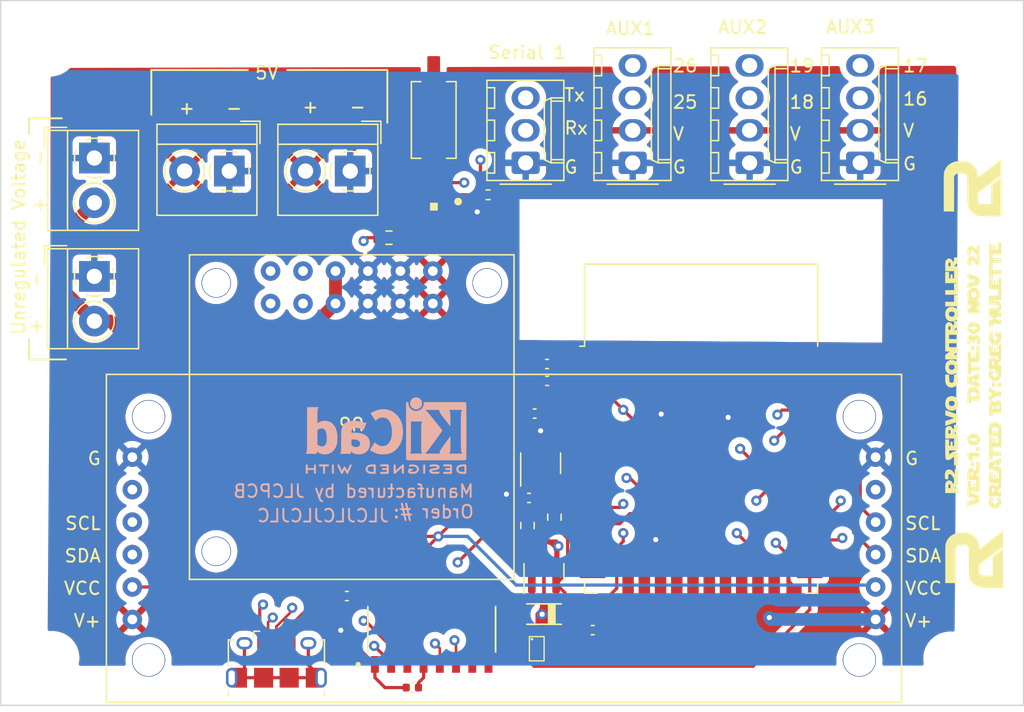
<source format=kicad_pcb>
(kicad_pcb (version 20211014) (generator pcbnew)
  (layers (0 "F.Cu" signal) (1 "In1.Cu" signal) (2 "In2.Cu" signal) (31 "B.Cu" signal) (34 "B.Paste" user) (35 "F.Paste" user) (36 "B.SilkS" user "B.Silkscreen") (37 "F.SilkS" user "F.Silkscreen") (38 "B.Mask" user) (39 "F.Mask" user) (44 "Edge.Cuts" user))
  (net 0 "")
  (net 1 "RX_FU")
  (net 2 "GND")
  (net 3 "+3.3V")
  (net 4 "VIN")
  (net 5 "VBUS")
  (net 7 "D-")
  (net 8 "D+")
  (net 10 "unconnected-(J1-Pad6)")
  (net 11 "SCL")
  (net 12 "SDA")
  (net 13 "+5V")
  (net 17 "Net-(R3-Pad1)")
  (net 18 "ST_LED_D")
  (net 24 "TX_FU")
  (net 32 "GPIO0")
  (net 35 "TXD0")
  (net 36 "RXD0")
  (net 44 "DTR")
  (net 45 "RTS")
  (net 47 "RESET")
  (net 52 "+12V")
  (net 53 "Net-(L1-Pad3)")
  (net 57 "AUX3-1")
  (net 58 "AUX3-2")
  (net 59 "AUX1-1")
  (net 60 "AUX1-2")
  (net 61 "AUX2-1")
  (net 62 "AUX2-2")
  (footprint "Capacitor_SMD:C_0402_1005Metric" (layer "F.Cu") (at 100.73 113.39 180)
    (fp_text reference "C7" hide)
    (fp_text value "1uF" hide)
    (pad "1" smd roundrect locked (at -0.48 0 180) (size 0.56 0.62) (layers "F.Cu" "F.Paste" "F.Mask") (net 3 "+3.3V"))
    (pad "2" smd roundrect locked (at 0.48 0 180) (size 0.56 0.62) (layers "F.Cu" "F.Paste" "F.Mask") (net 2 "GND"))
  )
  (footprint "Custom:WS2812B-2020" (layer "F.Cu") (at 92.844 97.797)
    (fp_text reference "L1" hide)
    (fp_text value "WS2812B-2020")
    (pad "1" smd rect (at 1.015 0.65) (size 1 1) (layers "F.Cu" "F.Paste" "F.Mask"))
    (pad "2" smd rect (at 1.015 -0.65) (size 1 1) (layers "F.Cu" "F.Paste" "F.Mask") (net 2 "GND"))
    (pad "3" smd rect (at -1.015 -0.65) (size 1 1) (layers "F.Cu" "F.Paste" "F.Mask") (net 53 "Net-(L1-Pad3)"))
    (pad "4" smd rect (at -1.015 0.65) (size 1 1) (layers "F.Cu" "F.Paste" "F.Mask") (net 13 "+5V"))
  )
  (footprint "TerminalBlock_4Ucon:TerminalBlock_4Ucon_1x02_P3.50mm_Horizontal" (layer "F.Cu") (at 66.273333 93.39 -90)
    (fp_text reference "J5" hide)
    (fp_text value "12OUT" hide)
    (pad "1" thru_hole rect locked (at 0 0 270) (size 2.4 2.4) (drill 1.2) (layers *.Cu *.Mask) (net 2 "GND"))
    (pad "2" thru_hole circle locked (at 3.5 0 270) (size 2.4 2.4) (drill 1.2) (layers *.Cu *.Mask) (net 52 "+12V"))
  )
  (footprint "Logos:R2_Logo_V2" (layer "F.Cu") (at 135.362479 95.731515 90)
    (fp_text reference "G***" hide)
    (fp_text value "LOGO" hide)
  )
  (footprint "Connector_Molex:Molex_KK-254_AE-6410-04A_1x04_P2.54mm_Vertical" (layer "F.Cu") (at 108.404 93.766 90)
    (fp_text reference "J3" hide)
    (fp_text value "AUX1" hide)
    (pad "1" thru_hole roundrect locked (at 0 0 90) (size 1.74 2.19) (drill 1.19) (layers *.Cu *.Mask) (roundrect_rratio 0.143678) (net 2 "GND"))
    (pad "2" thru_hole oval locked (at 2.54 0 90) (size 1.74 2.19) (drill 1.19) (layers *.Cu *.Mask) (net 13 "+5V"))
    (pad "3" thru_hole oval locked (at 5.08 0 90) (size 1.74 2.19) (drill 1.19) (layers *.Cu *.Mask) (net 59 "AUX1-1"))
    (pad "4" thru_hole oval locked (at 7.62 0 90) (size 1.74 2.19) (drill 1.19) (layers *.Cu *.Mask) (net 60 "AUX1-2"))
  )
  (footprint "Connector_USB:USB_Micro-B_Amphenol_10118194_Horizontal" (layer "F.Cu") (at 80.52 132.76)
    (fp_text reference "J1" hide)
    (fp_text value "USB_B_Micro" hide)
    (pad "1" smd rect locked (at -1.3 -1.4) (size 0.4 1.35) (layers "F.Cu" "F.Paste" "F.Mask") (net 5 "VBUS"))
    (pad "2" smd rect locked (at -0.65 -1.4) (size 0.4 1.35) (layers "F.Cu" "F.Paste" "F.Mask") (net 7 "D-"))
    (pad "3" smd rect locked (at 0 -1.4) (size 0.4 1.35) (layers "F.Cu" "F.Paste" "F.Mask") (net 8 "D+"))
    (pad "4" smd rect locked (at 0.65 -1.4) (size 0.4 1.35) (layers "F.Cu" "F.Paste" "F.Mask"))
    (pad "5" smd rect locked (at 1.3 -1.4) (size 0.4 1.35) (layers "F.Cu" "F.Paste" "F.Mask") (net 2 "GND"))
    (pad "6" thru_hole oval locked (at -3.5 1.3) (size 0.89 1.55) (drill oval 0.5 1.15) (layers *.Cu *.Mask) (net 10 "unconnected-(J1-Pad6)"))
    (pad "6" smd rect locked (at -2.9 1.3) (size 1.2 1.55) (layers "F.Cu" "F.Paste" "F.Mask") (net 10 "unconnected-(J1-Pad6)"))
    (pad "6" thru_hole oval locked (at 3.5 1.3) (size 0.89 1.55) (drill oval 0.5 1.15) (layers *.Cu *.Mask) (net 10 "unconnected-(J1-Pad6)"))
    (pad "6" thru_hole oval locked (at -2.5 -1.4) (size 1.25 0.95) (drill oval 0.85 0.55) (layers *.Cu *.Mask) (net 10 "unconnected-(J1-Pad6)"))
    (pad "6" smd rect locked (at 2.9 1.3) (size 1.2 1.55) (layers "F.Cu" "F.Paste" "F.Mask") (net 10 "unconnected-(J1-Pad6)"))
    (pad "6" smd rect locked (at -1 1.3) (size 1.5 1.55) (layers "F.Cu" "F.Paste" "F.Mask") (net 10 "unconnected-(J1-Pad6)"))
    (pad "6" thru_hole oval locked (at 2.5 -1.4) (size 1.25 0.95) (drill oval 0.85 0.55) (layers *.Cu *.Mask) (net 10 "unconnected-(J1-Pad6)"))
    (pad "6" smd rect locked (at 1 1.3) (size 1.5 1.55) (layers "F.Cu" "F.Paste" "F.Mask") (net 10 "unconnected-(J1-Pad6)"))
  )
  (footprint "TerminalBlock_4Ucon:TerminalBlock_4Ucon_1x02_P3.50mm_Horizontal" (layer "F.Cu") (at 86.298 94.41 180)
    (fp_text reference "J8" hide)
    (fp_text value "5V Out 2" hide)
    (pad "1" thru_hole rect locked (at 0 0 180) (size 2.4 2.4) (drill 1.2) (layers *.Cu *.Mask) (net 2 "GND"))
    (pad "2" thru_hole circle locked (at 3.5 0 180) (size 2.4 2.4) (drill 1.2) (layers *.Cu *.Mask) (net 13 "+5V"))
  )
  (footprint "MountingHole:MountingHole_3.2mm_M3" (layer "F.Cu") (at 62.83 84.902)
    (fp_text reference "REF**" hide)
    (fp_text value "MountingHole_3.2mm_M3" hide)
    (pad "" np_thru_hole circle locked (at 0 0) (size 3.2 3.2) (drill 3.2) (layers *.Cu *.Mask))
  )
  (footprint "Connector_Molex:Molex_KK-254_AE-6410-04A_1x04_P2.54mm_Vertical" (layer "F.Cu") (at 126.208 93.766 90)
    (fp_text reference "J2" hide)
    (fp_text value "AUX3" hide)
    (pad "1" thru_hole roundrect locked (at 0 0 90) (size 1.74 2.19) (drill 1.19) (layers *.Cu *.Mask) (roundrect_rratio 0.143678) (net 2 "GND"))
    (pad "2" thru_hole oval locked (at 2.54 0 90) (size 1.74 2.19) (drill 1.19) (layers *.Cu *.Mask) (net 13 "+5V"))
    (pad "3" thru_hole oval locked (at 5.08 0 90) (size 1.74 2.19) (drill 1.19) (layers *.Cu *.Mask) (net 57 "AUX3-1"))
    (pad "4" thru_hole oval locked (at 7.62 0 90) (size 1.74 2.19) (drill 1.19) (layers *.Cu *.Mask) (net 58 "AUX3-2"))
  )
  (footprint "Custom:PCA9685" (layer "F.Cu") (at 98.33 123.15)
    (fp_text reference "U7" hide)
    (fp_text value "PCA9685" hide)
    (pad "1" thru_hole circle (at -29.083 -6.35) (size 1.524 1.524) (drill 0.762) (layers *.Cu *.Mask) (net 2 "GND"))
    (pad "2" thru_hole circle (at -29.083 -3.81) (size 1.524 1.524) (drill 0.762) (layers *.Cu *.Mask))
    (pad "3" thru_hole circle (at -29.083 -1.27) (size 1.524 1.524) (drill 0.762) (layers *.Cu *.Mask) (net 11 "SCL"))
    (pad "4" thru_hole circle (at -29.083 1.27) (size 1.524 1.524) (drill 0.762) (layers *.Cu *.Mask) (net 12 "SDA"))
    (pad "5" thru_hole circle (at -29.083 3.81) (size 1.524 1.524) (drill 0.762) (layers *.Cu *.Mask) (net 3 "+3.3V"))
    (pad "6" thru_hole circle (at -29.083 6.35) (size 1.524 1.524) (drill 0.762) (layers *.Cu *.Mask) (net 13 "+5V"))
    (pad "7" thru_hole circle (at 29.083 -6.35) (size 1.524 1.524) (drill 0.762) (layers *.Cu *.Mask) (net 2 "GND"))
    (pad "8" thru_hole circle (at 29.083 -3.81) (size 1.524 1.524) (drill 0.762) (layers *.Cu *.Mask))
    (pad "9" thru_hole circle (at 29.083 -1.27) (size 1.524 1.524) (drill 0.762) (layers *.Cu *.Mask) (net 11 "SCL"))
    (pad "10" thru_hole circle (at 29.083 1.27) (size 1.524 1.524) (drill 0.762) (layers *.Cu *.Mask) (net 12 "SDA"))
    (pad "11" thru_hole circle (at 29.083 3.81) (size 1.524 1.524) (drill 0.762) (layers *.Cu *.Mask) (net 3 "+3.3V"))
    (pad "12" thru_hole circle (at 29.083 6.35) (size 1.524 1.524) (drill 0.762) (layers *.Cu *.Mask) (net 13 "+5V"))
    (pad "13" thru_hole circle (at -27.813 -9.525) (size 2.6 2.6) (drill 2.5) (layers *.Cu *.Mask))
    (pad "13" thru_hole circle (at 27.813 -9.525) (size 2.6 2.6) (drill 2.5) (layers *.Cu *.Mask))
    (pad "13" thru_hole circle (at 27.813 9.525) (size 2.6 2.6) (drill 2.5) (layers *.Cu *.Mask))
    (pad "13" thru_hole circle (at -27.813 9.525) (size 2.6 2.6) (drill 2.5) (layers *.Cu *.Mask))
  )
  (footprint "Capacitor_SMD:C_0402_1005Metric" (layer "F.Cu") (at 101.7 109.51 180)
    (fp_text reference "C3" hide)
    (fp_text value "100nF" hide)
    (pad "1" smd roundrect locked (at -0.48 0 180) (size 0.56 0.62) (layers "F.Cu" "F.Paste" "F.Mask") (net 3 "+3.3V"))
    (pad "2" smd roundrect locked (at 0.48 0 180) (size 0.56 0.62) (layers "F.Cu" "F.Paste" "F.Mask") (net 2 "GND"))
  )
  (footprint "MountingHole:MountingHole_3.2mm_M3" (layer "F.Cu") (at 135.282 84.902)
    (fp_text reference "REF**" hide)
    (fp_text value "MountingHole_3.2mm_M3" hide)
    (pad "" np_thru_hole circle locked (at 0 0) (size 3.2 3.2) (drill 3.2) (layers *.Cu *.Mask))
  )
  (footprint "Custom:UMT6" (layer "F.Cu") (at 100.895 131.7938)
    (fp_text reference "U5" hide)
    (fp_text value "UMH3N" hide)
    (pad "1" smd rect (at -0.925 -0.65) (size 0.5 0.3) (layers "F.Cu") (net 45 "RTS"))
    (pad "2" smd rect (at -0.925 0) (size 0.5 0.3) (layers "F.Cu") (net 44 "DTR"))
    (pad "3" smd rect (at -0.925 0.65) (size 0.5 0.3) (layers "F.Cu") (net 32 "GPIO0"))
    (pad "4" smd rect (at 0.925 0.65 180) (size 0.5 0.3) (layers "F.Cu") (net 44 "DTR"))
    (pad "5" smd rect (at 0.925 0 180) (size 0.5 0.3) (layers "F.Cu") (net 45 "RTS"))
    (pad "6" smd rect (at 0.925 -0.65 180) (size 0.5 0.3) (layers "F.Cu") (net 47 "RESET"))
  )
  (footprint "Capacitor_SMD:C_0402_1005Metric" (layer "F.Cu") (at 100.29 119.99)
    (fp_text reference "C5" hide)
    (fp_text value "1uF" hide)
    (pad "1" smd roundrect locked (at -0.48 0) (size 0.56 0.62) (layers "F.Cu" "F.Paste" "F.Mask") (net 2 "GND"))
    (pad "2" smd roundrect locked (at 0.48 0) (size 0.56 0.62) (layers "F.Cu" "F.Paste" "F.Mask") (net 4 "VIN"))
  )
  (footprint "Resistor_SMD:R_0603_1608Metric" (layer "F.Cu") (at 100.17 122.15 90)
    (fp_text reference "R2" hide)
    (fp_text value "100K" hide)
    (pad "1" smd roundrect locked (at -0.825 0 90) (size 0.8 0.95) (layers "F.Cu" "F.Paste" "F.Mask") (net 5 "VBUS"))
    (pad "2" smd roundrect locked (at 0.825 0 90) (size 0.8 0.95) (layers "F.Cu" "F.Paste" "F.Mask") (net 2 "GND"))
  )
  (footprint "Package_TO_SOT_SMD:SOT-23-5" (layer "F.Cu") (at 101.2 117.27 90)
    (fp_text reference "U3" hide)
    (fp_text value "ME6211C33M5G" hide)
    (pad "1" smd roundrect locked (at -1.1375 -0.95 90) (size 1.325 0.6) (layers "F.Cu" "F.Paste" "F.Mask") (net 4 "VIN"))
    (pad "2" smd roundrect locked (at -1.1375 0 90) (size 1.325 0.6) (layers "F.Cu" "F.Paste" "F.Mask") (net 2 "GND"))
    (pad "3" smd roundrect locked (at -1.1375 0.95 90) (size 1.325 0.6) (layers "F.Cu" "F.Paste" "F.Mask") (net 17 "Net-(R3-Pad1)"))
    (pad "4" smd roundrect locked (at 1.1375 0.95 90) (size 1.325 0.6) (layers "F.Cu" "F.Paste" "F.Mask"))
    (pad "5" smd roundrect locked (at 1.1375 -0.95 90) (size 1.325 0.6) (layers "F.Cu" "F.Paste" "F.Mask") (net 3 "+3.3V"))
  )
  (footprint "Pololu:D36V50F5-STEPDOWN" (layer "F.Cu") (at 86.415 113.665 180)
    (fp_text reference "U6" (at 0 -0.5 180 unlocked) (layer "F.SilkS"))
    (fp_text value "D36V50F5-STEPDOWN")
    (pad "1" thru_hole circle (at -6.35 11.43 180) (size 1.524 1.524) (drill 0.762) (layers *.Cu *.Mask) (net 13 "+5V"))
    (pad "2" thru_hole circle (at -3.81 11.43 180) (size 1.524 1.524) (drill 0.762) (layers *.Cu *.Mask) (net 2 "GND"))
    (pad "3" thru_hole circle (at -1.27 11.43 180) (size 1.524 1.524) (drill 0.762) (layers *.Cu *.Mask) (net 2 "GND"))
    (pad "4" thru_hole circle (at 1.27 11.43 180) (size 1.524 1.524) (drill 0.762) (layers *.Cu *.Mask) (net 52 "+12V"))
    (pad "5" thru_hole circle (at 3.81 11.43 180) (size 1.524 1.524) (drill 0.762) (layers *.Cu *.Mask))
    (pad "6" thru_hole circle (at 6.35 11.43 180) (size 1.524 1.524) (drill 0.762) (layers *.Cu *.Mask))
    (pad "7" thru_hole circle (at 6.35 8.89 180) (size 1.524 1.524) (drill 0.762) (layers *.Cu *.Mask))
    (pad "8" thru_hole circle (at 3.81 8.89 180) (size 1.524 1.524) (drill 0.762) (layers *.Cu *.Mask))
    (pad "9" thru_hole circle (at 1.27 8.89 180) (size 1.524 1.524) (drill 0.762) (layers *.Cu *.Mask) (net 52 "+12V"))
    (pad "10" thru_hole circle (at -1.27 8.89 180) (size 1.524 1.524) (drill 0.762) (layers *.Cu *.Mask) (net 2 "GND"))
    (pad "11" thru_hole circle (at -3.81 8.89 180) (size 1.524 1.524) (drill 0.762) (layers *.Cu *.Mask) (net 2 "GND"))
    (pad "12" thru_hole circle (at -6.35 8.89 180) (size 1.524 1.524) (drill 0.762) (layers *.Cu *.Mask) (net 13 "+5V"))
    (pad "13" thru_hole circle (at -10.6 10.5 180) (size 2.3 2.3) (drill 2.2) (layers *.Cu *.Mask))
    (pad "14" thru_hole circle (at 10.6 10.5 180) (size 2.3 2.3) (drill 2.2) (layers *.Cu *.Mask))
    (pad "15" thru_hole circle (at 10.6 -10.5 180) (size 2.3 2.3) (drill 2.2) (layers *.Cu *.Mask))
  )
  (footprint "Resistor_SMD:R_0603_1608Metric" (layer "F.Cu") (at 89.332 99.624)
    (fp_text reference "R1" hide)
    (fp_text value "10K" hide)
    (pad "1" smd roundrect locked (at -0.825 0) (size 0.8 0.95) (layers "F.Cu" "F.Paste" "F.Mask") (net 3 "+3.3V"))
    (pad "2" smd roundrect locked (at 0.825 0) (size 0.8 0.95) (layers "F.Cu" "F.Paste" "F.Mask") (net 47 "RESET"))
  )
  (footprint "Capacitor_SMD:C_0402_1005Metric" (layer "F.Cu") (at 105.276 130.336 180)
    (fp_text reference "C1" hide)
    (fp_text value "100nF" hide)
    (pad "1" smd roundrect locked (at -0.48 0 180) (size 0.56 0.62) (layers "F.Cu" "F.Paste" "F.Mask") (net 47 "RESET"))
    (pad "2" smd roundrect locked (at 0.48 0 180) (size 0.56 0.62) (layers "F.Cu" "F.Paste" "F.Mask") (net 2 "GND"))
  )
  (footprint "MountingHole:MountingHole_3.2mm_M3" (layer "F.Cu") (at 133.25 132.55)
    (fp_text reference "REF**" hide)
    (fp_text value "MountingHole_3.2mm_M3" hide)
    (pad "" np_thru_hole circle locked (at 0 0) (size 3.2 3.2) (drill 3.2) (layers *.Cu *.Mask))
  )
  (footprint "Custom:SOIC127P600X180-16N" (layer "F.Cu") (at 92.675 130.27 90)
    (fp_text reference "U4" hide)
    (fp_text value "CH340C" hide)
    (pad "1" smd roundrect (at -2.75 -4.445 90) (size 1.31 0.62) (layers "F.Cu" "F.Paste" "F.Mask") (roundrect_rratio 0.08) (net 2 "GND"))
    (pad "2" smd roundrect (at -2.75 -3.175 90) (size 1.31 0.62) (layers "F.Cu" "F.Paste" "F.Mask") (roundrect_rratio 0.08) (net 36 "RXD0"))
    (pad "3" smd roundrect (at -2.75 -1.905 90) (size 1.31 0.62) (layers "F.Cu" "F.Paste" "F.Mask") (roundrect_rratio 0.08) (net 35 "TXD0"))
    (pad "4" smd roundrect (at -2.75 -0.635 90) (size 1.31 0.62) (layers "F.Cu" "F.Paste" "F.Mask") (roundrect_rratio 0.08) (net 3 "+3.3V"))
    (pad "5" smd roundrect (at -2.75 0.635 90) (size 1.31 0.62) (layers "F.Cu" "F.Paste" "F.Mask") (roundrect_rratio 0.08) (net 8 "D+"))
    (pad "6" smd roundrect (at -2.75 1.905 90) (size 1.31 0.62) (layers "F.Cu" "F.Paste" "F.Mask") (roundrect_rratio 0.08) (net 7 "D-"))
    (pad "7" smd roundrect (at -2.75 3.175 90) (size 1.31 0.62) (layers "F.Cu" "F.Paste" "F.Mask") (roundrect_rratio 0.08))
    (pad "8" smd roundrect (at -2.75 4.445 90) (size 1.31 0.62) (layers "F.Cu" "F.Paste" "F.Mask") (roundrect_rratio 0.08))
    (pad "9" smd roundrect (at 2.75 4.445 90) (size 1.31 0.62) (layers "F.Cu" "F.Paste" "F.Mask") (roundrect_rratio 0.08))
    (pad "10" smd roundrect (at 2.75 3.175 90) (size 1.31 0.62) (layers "F.Cu" "F.Paste" "F.Mask") (roundrect_rratio 0.08))
    (pad "11" smd roundrect (at 2.75 1.905 90) (size 1.31 0.62) (layers "F.Cu" "F.Paste" "F.Mask") (roundrect_rratio 0.08))
    (pad "12" smd roundrect (at 2.75 0.635 90) (size 1.31 0.62) (layers "F.Cu" "F.Paste" "F.Mask") (roundrect_rratio 0.08))
    (pad "13" smd roundrect (at 2.75 -0.635 90) (size 1.31 0.62) (layers "F.Cu" "F.Paste" "F.Mask") (roundrect_rratio 0.08) (net 44 "DTR"))
    (pad "14" smd roundrect (at 2.75 -1.905 90) (size 1.31 0.62) (layers "F.Cu" "F.Paste" "F.Mask") (roundrect_rratio 0.08) (net 45 "RTS"))
    (pad "15" smd roundrect (at 2.75 -3.175 90) (size 1.31 0.62) (layers "F.Cu" "F.Paste" "F.Mask") (roundrect_rratio 0.08))
    (pad "16" smd roundrect (at 2.75 -4.445 90) (size 1.31 0.62) (layers "F.Cu" "F.Paste" "F.Mask") (roundrect_rratio 0.08) (net 3 "+3.3V"))
  )
  (footprint "TerminalBlock_4Ucon:TerminalBlock_4Ucon_1x02_P3.50mm_Horizontal" (layer "F.Cu") (at 66.273333 102.65 -90)
    (fp_text reference "J6" hide)
    (fp_text value "12VOUT" hide)
    (pad "1" thru_hole rect locked (at 0 0 270) (size 2.4 2.4) (drill 1.2) (layers *.Cu *.Mask) (net 2 "GND"))
    (pad "2" thru_hole circle locked (at 3.5 0 270) (size 2.4 2.4) (drill 1.2) (layers *.Cu *.Mask) (net 52 "+12V"))
  )
  (footprint "Custom:SOD3716X135N" (layer "F.Cu") (at 101.4685 129.0805 180)
    (fp_text reference "CR1" hide)
    (fp_text value "B5819W-TP" hide)
    (pad "A" smd rect (at 1.6383 0 180) (size 0.9144 1.2192) (layers "F.Cu" "F.Paste" "F.Mask") (net 5 "VBUS"))
    (pad "C" smd rect (at -1.6383 0 180) (size 0.9144 1.2192) (layers "F.Cu" "F.Paste" "F.Mask") (net 4 "VIN"))
  )
  (footprint "RF_Module:ESP32-WROOM-32" (layer "F.Cu") (at 113.76 117.56)
    (fp_text reference "U1" hide)
    (fp_text value "ESP32-WROOM-32D_16MB_" hide)
    (pad "1" smd rect locked (at -8.5 -8.255) (size 2 0.9) (layers "F.Cu" "F.Paste" "F.Mask") (net 2 "GND"))
    (pad "2" smd rect locked (at -8.5 -6.985) (size 2 0.9) (layers "F.Cu" "F.Paste" "F.Mask") (net 3 "+3.3V"))
    (pad "3" smd rect locked (at -8.5 -5.715) (size 2 0.9) (layers "F.Cu" "F.Paste" "F.Mask") (net 47 "RESET"))
    (pad "4" smd rect locked (at -8.5 -4.445) (size 2 0.9) (layers "F.Cu" "F.Paste" "F.Mask"))
    (pad "5" smd rect locked (at -8.5 -3.175) (size 2 0.9) (layers "F.Cu" "F.Paste" "F.Mask"))
    (pad "6" smd rect locked (at -8.5 -1.905) (size 2 0.9) (layers "F.Cu" "F.Paste" "F.Mask"))
    (pad "7" smd rect locked (at -8.5 -0.635) (size 2 0.9) (layers "F.Cu" "F.Paste" "F.Mask"))
    (pad "8" smd rect locked (at -8.5 0.635) (size 2 0.9) (layers "F.Cu" "F.Paste" "F.Mask"))
    (pad "9" smd rect locked (at -8.5 1.905) (size 2 0.9) (layers "F.Cu" "F.Paste" "F.Mask"))
    (pad "10" smd rect locked (at -8.5 3.175) (size 2 0.9) (layers "F.Cu" "F.Paste" "F.Mask") (net 59 "AUX1-1"))
    (pad "11" smd rect locked (at -8.5 4.445) (size 2 0.9) (layers "F.Cu" "F.Paste" "F.Mask") (net 60 "AUX1-2"))
    (pad "12" smd rect locked (at -8.5 5.715) (size 2 0.9) (layers "F.Cu" "F.Paste" "F.Mask"))
    (pad "13" smd rect locked (at -8.5 6.985) (size 2 0.9) (layers "F.Cu" "F.Paste" "F.Mask") (net 1 "RX_FU"))
    (pad "14" smd rect locked (at -8.5 8.255) (size 2 0.9) (layers "F.Cu" "F.Paste" "F.Mask"))
    (pad "15" smd rect locked (at -5.715 9.255 90) (size 2 0.9) (layers "F.Cu" "F.Paste" "F.Mask") (net 2 "GND"))
    (pad "16" smd rect locked (at -4.445 9.255 90) (size 2 0.9) (layers "F.Cu" "F.Paste" "F.Mask"))
    (pad "17" smd rect locked (at -3.175 9.255 90) (size 2 0.9) (layers "F.Cu" "F.Paste" "F.Mask"))
    (pad "18" smd rect locked (at -1.905 9.255 90) (size 2 0.9) (layers "F.Cu" "F.Paste" "F.Mask"))
    (pad "19" smd rect locked (at -0.635 9.255 90) (size 2 0.9) (layers "F.Cu" "F.Paste" "F.Mask"))
    (pad "20" smd rect locked (at 0.635 9.255 90) (size 2 0.9) (layers "F.Cu" "F.Paste" "F.Mask"))
    (pad "21" smd rect locked (at 1.905 9.255 90) (size 2 0.9) (layers "F.Cu" "F.Paste" "F.Mask"))
    (pad "22" smd rect locked (at 3.175 9.255 90) (size 2 0.9) (layers "F.Cu" "F.Paste" "F.Mask"))
    (pad "23" smd rect locked (at 4.445 9.255 90) (size 2 0.9) (layers "F.Cu" "F.Paste" "F.Mask") (net 24 "TX_FU"))
    (pad "24" smd rect locked (at 5.715 9.255 90) (size 2 0.9) (layers "F.Cu" "F.Paste" "F.Mask"))
    (pad "25" smd rect locked (at 8.5 8.255) (size 2 0.9) (layers "F.Cu" "F.Paste" "F.Mask") (net 32 "GPIO0"))
    (pad "26" smd rect locked (at 8.5 6.985) (size 2 0.9) (layers "F.Cu" "F.Paste" "F.Mask") (net 18 "ST_LED_D"))
    (pad "27" smd rect locked (at 8.5 5.715) (size 2 0.9) (layers "F.Cu" "F.Paste" "F.Mask") (net 57 "AUX3-1"))
    (pad "28" smd rect locked (at 8.5 4.445) (size 2 0.9) (layers "F.Cu" "F.Paste" "F.Mask") (net 58 "AUX3-2"))
    (pad "29" smd rect locked (at 8.5 3.175) (size 2 0.9) (layers "F.Cu" "F.Paste" "F.Mask"))
    (pad "30" smd rect locked (at 8.5 1.905) (size 2 0.9) (layers "F.Cu" "F.Paste" "F.Mask") (net 61 "AUX2-1"))
    (pad "31" smd rect locked (at 8.5 0.635) (size 2 0.9) (layers "F.Cu" "F.Paste" "F.Mask") (net 62 "AUX2-2"))
    (pad "32" smd rect locked (at 8.5 -0.635) (size 2 0.9) (layers "F.Cu" "F.Paste" "F.Mask"))
    (pad "33" smd rect locked (at 8.5 -1.905) (size 2 0.9) (layers "F.Cu" "F.Paste" "F.Mask") (net 12 "SDA"))
    (pad "34" smd rect locked (at 8.5 -3.175) (size 2 0.9) (layers "F.Cu" "F.Paste" "F.Mask") (net 36 "RXD0"))
    (pad "35" smd rect locked (at 8.5 -4.445) (size 2 0.9) (layers "F.Cu" "F.Paste" "F.Mask") (net 35 "TXD0"))
    (pad "36" smd rect locked (at 8.5 -5.715) (size 2 0.9) (layers "F.Cu" "F.Paste" "F.Mask") (net 11 "SCL"))
    (pad "37" smd rect locked (at 8.5 -6.985) (size 2 0.9) (layers "F.Cu" "F.Paste" "F.Mask"))
    (pad "38" smd rect locked (at 8.5 -8.255) (size 2 0.9) (layers "F.Cu" "F.Paste" "F.Mask") (net 2 "GND"))
    (pad "39" smd rect locked (at -1 -0.755) (size 5 5) (layers "F.Cu" "F.Paste" "F.Mask") (net 2 "GND"))
  )
  (footprint "Capacitor_SMD:C_0402_1005Metric" (layer "F.Cu") (at 91.16 134.83 180)
    (fp_text reference "C6" hide)
    (fp_text value "100nF" hide)
    (pad "1" smd roundrect locked (at -0.48 0 180) (size 0.56 0.62) (layers "F.Cu" "F.Paste" "F.Mask") (net 3 "+3.3V"))
    (pad "2" smd roundrect locked (at 0.48 0 180) (size 0.56 0.62) (layers "F.Cu" "F.Paste" "F.Mask") (net 2 "GND"))
  )
  (footprint "Resistor_SMD:R_0402_1005Metric" (layer "F.Cu") (at 97.09 96.266 180)
    (fp_text reference "R4" hide)
    (fp_text value "220")
    (pad "1" smd roundrect locked (at -0.51 0 180) (size 0.54 0.64) (layers "F.Cu" "F.Paste" "F.Mask") (net 18 "ST_LED_D"))
    (pad "2" smd roundrect locked (at 0.51 0 180) (size 0.54 0.64) (layers "F.Cu" "F.Paste" "F.Mask") (net 53 "Net-(L1-Pad3)"))
  )
  (footprint "Connector_Molex:Molex_KK-254_AE-6410-04A_1x04_P2.54mm_Vertical" (layer "F.Cu") (at 117.554 93.766 90)
    (fp_text reference "J4" hide)
    (fp_text value "AUX2" hide)
    (pad "1" thru_hole roundrect locked (at 0 0 90) (size 1.74 2.19) (drill 1.19) (layers *.Cu *.Mask) (roundrect_rratio 0.143678) (net 2 "GND"))
    (pad "2" thru_hole oval locked (at 2.54 0 90) (size 1.74 2.19) (drill 1.19) (layers *.Cu *.Mask) (net 13 "+5V"))
    (pad "3" thru_hole oval locked (at 5.08 0 90) (size 1.74 2.19) (drill 1.19) (layers *.Cu *.Mask) (net 61 "AUX2-1"))
    (pad "4" thru_hole oval locked (at 7.62 0 90) (size 1.74 2.19) (drill 1.19) (layers *.Cu *.Mask) (net 62 "AUX2-2"))
  )
  (footprint "Connector_Molex:Molex_KK-254_AE-6410-03A_1x03_P2.54mm_Vertical" (layer "F.Cu") (at 100.028 93.766 90)
    (fp_text reference "J12" hide)
    (fp_text value "SERIAL_FU" hide)
    (pad "1" thru_hole roundrect locked (at 0 0 90) (size 1.74 2.19) (drill 1.19) (layers *.Cu *.Mask) (roundrect_rratio 0.143678) (net 2 "GND"))
    (pad "2" thru_hole oval locked (at 2.54 0 90) (size 1.74 2.19) (drill 1.19) (layers *.Cu *.Mask) (net 1 "RX_FU"))
    (pad "3" thru_hole oval locked (at 5.08 0 90) (size 1.74 2.19) (drill 1.19) (layers *.Cu *.Mask) (net 24 "TX_FU"))
  )
  (footprint "TerminalBlock_4Ucon:TerminalBlock_4Ucon_1x02_P3.50mm_Horizontal" (layer "F.Cu") (at 76.834666 94.41 180)
    (fp_text reference "J7" hide)
    (fp_text value "5V OUT" hide)
    (pad "1" thru_hole rect locked (at 0 0 180) (size 2.4 2.4) (drill 1.2) (layers *.Cu *.Mask) (net 2 "GND"))
    (pad "2" thru_hole circle locked (at 3.5 0 180) (size 2.4 2.4) (drill 1.2) (layers *.Cu *.Mask) (net 13 "+5V"))
  )
  (footprint "Capacitor_SMD:C_0402_1005Metric" (layer "F.Cu") (at 101.71 110.83 180)
    (fp_text reference "C2" hide)
    (fp_text value "10uF" hide)
    (pad "1" smd roundrect locked (at -0.48 0 180) (size 0.56 0.62) (layers "F.Cu" "F.Paste" "F.Mask") (net 3 "+3.3V"))
    (pad "2" smd roundrect locked (at 0.48 0 180) (size 0.56 0.62) (layers "F.Cu" "F.Paste" "F.Mask") (net 2 "GND"))
  )
  (footprint "Logos:R2_Logo_V2" (layer "F.Cu") (at 135.482 124.812 90)
    (fp_text reference "G***" hide)
    (fp_text value "LOGO" hide)
  )
  (footprint "MountingHole:MountingHole_3.2mm_M3" (layer "F.Cu") (at 63 132.51)
    (fp_text reference "REF**" hide)
    (fp_text value "MountingHole_3.2mm_M3" hide)
    (pad "" np_thru_hole circle locked (at 0 0) (size 3.2 3.2) (drill 3.2) (layers *.Cu *.Mask))
  )
  (footprint "Logos:R2_Servo_Controller_Log0" (layer "F.Cu") (at 134.844 110.554 90)
    (fp_text reference "G***" hide)
    (fp_text value "LOGO" hide)
  )
  (footprint "Package_TO_SOT_SMD:SOT-23" (layer "F.Cu") (at 101.46 125.782 90)
    (fp_text reference "U2" hide)
    (fp_text value "CJ2301_S1" hide)
    (pad "1" smd roundrect (at -0.9375 -0.95 90) (size 1.475 0.6) (layers "F.Cu" "F.Paste" "F.Mask") (net 5 "VBUS"))
    (pad "2" smd roundrect (at -0.9375 0.95 90) (size 1.475 0.6) (layers "F.Cu" "F.Paste" "F.Mask") (net 4 "VIN"))
    (pad "3" smd roundrect (at 0.9375 0 90) (size 1.475 0.6) (layers "F.Cu" "F.Paste" "F.Mask") (net 13 "+5V"))
  )
  (footprint "Custom:TS-1101S-B-B-B-W-A" (layer "F.Cu") (at 92.831 90.411 -90)
    (fp_text reference "SW1")
    (fp_text value "SW_Push")
    (pad "1" smd roundrect (at -3.9 0 270) (size 2.2 1) (layers "F.Cu" "F.Paste" "F.Mask") (roundrect_rratio 0.1) (net 2 "GND"))
    (pad "2" smd roundrect (at 3.9 0 270) (size 2.2 1) (layers "F.Cu" "F.Paste" "F.Mask") (roundrect_rratio 0.1) (net 47 "RESET"))
  )
  (footprint "Capacitor_SMD:C_0402_1005Metric" (layer "F.Cu") (at 86.04 127.67 180)
    (fp_text reference "C4" hide)
    (fp_text value "10uF" hide)
    (pad "1" smd roundrect locked (at -0.48 0 180) (size 0.56 0.62) (layers "F.Cu" "F.Paste" "F.Mask") (net 3 "+3.3V"))
    (pad "2" smd roundrect locked (at 0.48 0 180) (size 0.56 0.62) (layers "F.Cu" "F.Paste" "F.Mask") (net 2 "GND"))
  )
  (footprint "Resistor_SMD:R_0603_1608Metric" (layer "F.Cu") (at 102.28 121.5 -90)
    (fp_text reference "R3" hide)
    (fp_text value "100K" hide)
    (pad "1" smd roundrect locked (at -0.825 0 270) (size 0.8 0.95) (layers "F.Cu" "F.Paste" "F.Mask") (net 17 "Net-(R3-Pad1)"))
    (pad "2" smd roundrect locked (at 0.825 0 270) (size 0.8 0.95) (layers "F.Cu" "F.Paste" "F.Mask") (net 4 "VIN"))
  )
  (footprint "Symbol:KiCad-Logo2_5mm_SilkScreen" (layer "B.Cu") (at 89.11 115.1 180)
    (fp_text reference "REF**" hide)
    (fp_text value "KiCad-Logo2_5mm_SilkScreen" hide)
  )
  (gr_line (start 61.16 109.15) (end 64.05 109.15) (layer "F.SilkS") (width 0.15))
  (gr_line (start 89.202 90.63) (end 89.202 86.5) (layer "F.SilkS") (width 0.15))
  (gr_line (start 78.282 86.5) (end 70.732 86.5) (layer "F.SilkS") (width 0.15))
  (gr_line (start 61.16 107.56) (end 61.16 109.15) (layer "F.SilkS") (width 0.15))
  (gr_line (start 61.16 90.28) (end 61.16 91.49) (layer "F.SilkS") (width 0.15))
  (gr_line (start 70.732 86.5) (end 70.732 90) (layer "F.SilkS") (width 0.15))
  (gr_line (start 63.72 90.28) (end 61.16 90.28) (layer "F.SilkS") (width 0.15))
  (gr_line (start 89.202 86.5) (end 81.362 86.5) (layer "F.SilkS") (width 0.15))
  (gr_rect (start 58.94 81.072) (end 138.982 136.22) (layer "Edge.Cuts") (width 0.1) (fill none))
  (gr_text "Manufactured by JLCPCB\nOrder #:" (at 96.06 120.27) (layer "B.SilkS") (effects (font (size 1 1)) (justify left mirror)))
  (gr_text "JLCJLCJLCJLC" (at 84.16 121.38) (layer "B.SilkS") (effects (font (size 1 1)) (justify mirror)))
  (gr_text "AUX3" (at 125.446 83.122) (layer "F.SilkS") (effects (font (size 1 1))))
  (gr_text "V+" (at 65.716381 129.604) (layer "F.SilkS") (effects (font (size 1 1))))
  (gr_text "G" (at 121.199429 94.096) (layer "F.SilkS") (effects (font (size 1 1))))
  (gr_text "+" (at 61.988 97.04 90) (layer "F.SilkS") (effects (font (size 1 1))))
  (gr_text "18" (at 121.65181 89.016) (layer "F.SilkS") (effects (font (size 1 1))))
  (gr_text "+" (at 61.684 106.56 90) (layer "F.SilkS") (effects (font (size 1 1))))
  (gr_text "Serial 1" (at 100.146 85.12) (layer "F.SilkS") (effects (font (size 1 1))))
  (gr_text "V" (at 121.128 91.504) (layer "F.SilkS") (effects (font (size 1 1))))
  (gr_text "G" (at 103.570286 94.096) (layer "F.SilkS") (effects (font (size 1 1))))
  (gr_text "V" (at 111.984 91.504) (layer "F.SilkS") (effects (font (size 1 1))))
  (gr_text "AUX1" (at 108.222 83.242) (layer "F.SilkS") (effects (font (size 1 1))))
  (gr_text "SCL" (at 131.113333 121.984) (layer "F.SilkS") (effects (font (size 1 1))))
  (gr_text "-" (at 61.988 93.34 90) (layer "F.SilkS") (effects (font (size 1 1))))
  (gr_text "-" (at 86.882 89.37) (layer "F.SilkS") (effects (font (size 1 1))))
  (gr_text "SCL" (at 65.383047 121.984) (layer "F.SilkS") (effects (font (size 1 1))))
  (gr_text "Unregulated Voltage" (at 60.362 99.57 90) (layer "F.SilkS") (effects (font (size 1 1))))
  (gr_text "VCC" (at 65.335428 127.064) (layer "F.SilkS") (effects (font (size 1 1))))
  (gr_text "+" (at 83.182 89.37) (layer "F.SilkS") (effects (font (size 1 1))))
  (gr_text "5V" (at 79.772 86.73) (layer "F.SilkS") (effects (font (size 1 1))))
  (gr_text "SDA" (at 65.359238 124.524) (layer "F.SilkS") (effects (font (size 1 1))))
  (gr_text "G" (at 112.055429 94.096) (layer "F.SilkS") (effects (font (size 1 1))))
  (gr_text "-" (at 77.212 89.47) (layer "F.SilkS") (effects (font (size 1 1))))
  (gr_text "G" (at 130.073619 93.842) (layer "F.SilkS") (effects (font (size 1 1))))
  (gr_text "16" (at 130.526 88.762) (layer "F.SilkS") (effects (font (size 1 1))))
  (gr_text "19" (at 121.65181 86.17) (layer "F.SilkS") (effects (font (size 1 1))))
  (gr_text "SDA" (at 131.137143 124.524) (layer "F.SilkS") (effects (font (size 1 1))))
  (gr_text "V" (at 130.00219 91.25) (layer "F.SilkS") (effects (font (size 1 1))))
  (gr_text "17" (at 130.526 86.17) (layer "F.SilkS") (effects (font (size 1 1))))
  (gr_text "-" (at 61.684 102.86 90) (layer "F.SilkS") (effects (font (size 1 1))))
  (gr_text "G" (at 66.264 116.904) (layer "F.SilkS") (effects (font (size 1 1))))
  (gr_text "26" (at 112.50781 86.17) (layer "F.SilkS") (effects (font (size 1 1))))
  (gr_text "Rx" (at 103.975048 91.048) (layer "F.SilkS") (effects (font (size 1 1))))
  (gr_text "AUX2" (at 117.008 83.142) (layer "F.SilkS") (effects (font (size 1 1))))
  (gr_text "Tx" (at 103.856 88.456) (layer "F.SilkS") (effects (font (size 1 1))))
  (gr_text "G" (at 130.232381 116.904) (layer "F.SilkS") (effects (font (size 1 1))))
  (gr_text "+" (at 73.512 89.47) (layer "F.SilkS") (effects (font (size 1 1))))
  (gr_text "VCC" (at 131.160952 127.064) (layer "F.SilkS") (effects (font (size 1 1))))
  (gr_text "V+" (at 130.78 129.604) (layer "F.SilkS") (effects (font (size 1 1))))
  (gr_text "25" (at 112.50781 89.016) (layer "F.SilkS") (effects (font (size 1 1))))
  (segment (start 105.26 124.545) (end 106.51 124.545) (width 0.25) (layer "F.Cu") (net 1))
  (segment (start 106.51 124.545) (end 107.666 123.389) (width 0.25) (layer "F.Cu") (net 1))
  (segment (start 107.666 123.389) (end 107.666 122.746) (width 0.25) (layer "F.Cu") (net 1))
  (via (at 107.666 122.746) (size 0.8) (drill 0.4) (layers "F.Cu" "B.Cu") (net 1))
  (segment (start 101.2 114.734) (end 101.2 114.34693) (width 0.25) (layer "F.Cu") (net 2))
  (segment (start 108.045 126.815) (end 108.045 129.987) (width 0.25) (layer "F.Cu") (net 2))
  (segment (start 108.045 126.815) (end 108.045 125.415) (width 0.25) (layer "F.Cu") (net 2))
  (segment (start 110.6335 113.4285) (end 112.76 115.555) (width 0.25) (layer "F.Cu") (net 2))
  (segment (start 101.2 118.4075) (end 101.2 114.734) (width 0.25) (layer "F.Cu") (net 2))
  (segment (start 103.877 109.305) (end 102.84 108.268) (width 0.25) (layer "F.Cu") (net 2))
  (segment (start 112.76 115.555) (end 112.76 116.805) (width 0.25) (layer "F.Cu") (net 2))
  (segment (start 108.045 129.987) (end 106.736 131.296) (width 0.25) (layer "F.Cu") (net 2))
  (segment (start 101.57 108.268) (end 101.22 108.618) (width 0.25) (layer "F.Cu") (net 2))
  (segment (start 81.82 129.796) (end 83.946 127.67) (width 0.25) (layer "F.Cu") (net 2))
  (segment (start 101.22 109.51) (end 101.22 110.82) (width 0.25) (layer "F.Cu") (net 2))
  (segment (start 105.26 109.305) (end 106.51 109.305) (width 0.25) (layer "F.Cu") (net 2))
  (segment (start 100.17 120.35) (end 99.81 119.99) (width 0.25) (layer "F.Cu") (net 2))
  (segment (start 88.23 134.044) (end 88.23 133.02) (width 0.25) (layer "F.Cu") (net 2))
  (segment (start 88.23 133.02) (end 85.56 130.35) (width 0.25) (layer "F.Cu") (net 2))
  (segment (start 112.76 120.7) (end 112.76 116.805) (width 0.25) (layer "F.Cu") (net 2))
  (segment (start 105.26 109.305) (end 103.877 109.305) (width 0.25) (layer "F.Cu") (net 2))
  (segment (start 99.81 119.99) (end 98.814 119.99) (width 0.25) (layer "F.Cu") (net 2))
  (segment (start 92.831 86.511) (end 86.298 93.044) (width 0.25) (layer "F.Cu") (net 2))
  (segment (start 120.26 109.305) (end 115.8785 113.6865) (width 0.25) (layer "F.Cu") (net 2))
  (segment (start 86.298 93.044) (end 86.298 94.41) (width 0.25) (layer "F.Cu") (net 2))
  (segment (start 90.68 134.83) (end 89.016 134.83) (width 0.25) (layer "F.Cu") (net 2))
  (segment (start 101.2 114.34693) (end 100.25 113.39693) (width 0.25) (layer "F.Cu") (net 2))
  (segment (start 100.25 113.39693) (end 100.25 113.39) (width 0.25) (layer "F.Cu") (net 2))
  (segment (start 106.736 131.296) (end 105.74907 131.296) (width 0.25) (layer "F.Cu") (net 2))
  (segment (start 83.946 127.67) (end 85.56 127.67) (width 0.25) (layer "F.Cu") (net 2))
  (segment (start 89.016 134.83) (end 88.23 134.044) (width 0.25) (layer "F.Cu") (net 2))
  (segment (start 110.206 123.254) (end 112.76 120.7) (width 0.25) (layer "F.Cu") (net 2))
  (segment (start 105.74907 131.296) (end 104.796 130.34293) (width 0.25) (layer "F.Cu") (net 2))
  (segment (start 101.22 110.82) (end 101.23 110.83) (width 0.25) (layer "F.Cu") (net 2))
  (segment (start 101.22 108.618) (end 101.22 109.51) (width 0.25) (layer "F.Cu") (net 2))
  (segment (start 98.814 119.99) (end 98.522 119.698) (width 0.25) (layer "F.Cu") (net 2))
  (segment (start 115.8785 113.6865) (end 112.76 116.805) (width 0.25) (layer "F.Cu") (net 2))
  (segment (start 104.796 130.34293) (end 104.796 130.336) (width 0.25) (layer "F.Cu") (net 2))
  (segment (start 95.783 97.147) (end 96.236 97.6) (width 0.25) (layer "F.Cu") (net 2))
  (segment (start 108.045 125.415) (end 110.206 123.254) (width 0.25) (layer "F.Cu") (net 2))
  (segment (start 81.82 131.36) (end 81.82 129.796) (width 0.25) (layer "F.Cu") (net 2))
  (segment (start 93.859 97.147) (end 95.783 97.147) (width 0.25) (layer "F.Cu") (net 2))
  (segment (start 122.26 109.305) (end 120.26 109.305) (width 0.25) (layer "F.Cu") (net 2))
  (segment (start 102.84 108.268) (end 101.57 108.268) (width 0.25) (layer "F.Cu") (net 2))
  (segment (start 85.56 130.35) (end 85.56 127.67) (width 0.25) (layer "F.Cu") (net 2))
  (segment (start 106.51 109.305) (end 110.6335 113.4285) (width 0.25) (layer "F.Cu") (net 2))
  (segment (start 100.17 121.325) (end 100.17 120.35) (width 0.25) (layer "F.Cu") (net 2))
  (via (at 98.522 119.698) (size 0.8) (drill 0.4) (layers "F.Cu" "B.Cu") (net 2))
  (via (at 85.56 130.35) (size 0.8) (drill 0.4) (layers "F.Cu" "B.Cu") (net 2))
  (via (at 115.8785 113.6865) (size 0.8) (drill 0.4) (layers "F.Cu" "B.Cu") (net 2))
  (via (at 101.2 114.734) (size 0.8) (drill 0.4) (layers "F.Cu" "B.Cu") (net 2))
  (via (at 96.236 97.6) (size 0.8) (drill 0.4) (layers "F.Cu" "B.Cu") (net 2))
  (via (at 110.206 123.254) (size 0.8) (drill 0.4) (layers "F.Cu" "B.Cu") (net 2))
  (via (at 110.6335 113.4285) (size 0.8) (drill 0.4) (layers "F.Cu" "B.Cu") (net 2))
  (segment (start 99.284 115.1665) (end 99.284 113.602) (width 0.25) (layer "F.Cu") (net 3))
  (segment (start 101.45693 112.078) (end 102.586 112.078) (width 0.25) (layer "F.Cu") (net 3))
  (segment (start 101.21 113.39) (end 101.274 113.39) (width 0.25) (layer "F.Cu") (net 3))
  (segment (start 100.0555 116.1325) (end 93.188 123) (width 0.25) (layer "F.Cu") (net 3))
  (segment (start 102.713 111.951) (end 104.089 110.575) (width 0.25) (layer "F.Cu") (net 3))
  (segment (start 99.284 113.602) (end 99.284 113.094) (width 0.25) (layer "F.Cu") (net 3))
  (segment (start 77.29 126.96) (end 81.25 123) (width 0.254) (layer "F.Cu") (net 3))
  (segment (start 102.586 112.078) (end 102.713 111.951) (width 0.25) (layer "F.Cu") (net 3))
  (segment (start 88.23 126.434) (end 88.23 127.52) (width 0.25) (layer "F.Cu") (net 3))
  (segment (start 88.23 128.964) (end 92.04 132.774) (width 0.25) (layer "F.Cu") (net 3))
  (segment (start 92.04 132.774) (end 92.04 133.02) (width 0.25) (layer "F.Cu") (net 3))
  (segment (start 92.04 134.054) (end 92.04 133.02) (width 0.25) (layer "F.Cu") (net 3))
  (segment (start 69.247 126.96) (end 77.29 126.96) (width 0.254) (layer "F.Cu") (net 3))
  (segment (start 103.245 110.575) (end 105.26 110.575) (width 0.25) (layer "F.Cu") (net 3))
  (segment (start 102.445 110.575) (end 105.26 110.575) (width 0.25) (layer "F.Cu") (net 3))
  (segment (start 86.52 127.67) (end 88.08 127.67) (width 0.25) (layer "F.Cu") (net 3))
  (segment (start 104.089 110.575) (end 105.26 110.575) (width 0.25) (layer "F.Cu") (net 3))
  (segment (start 88.507 99.624) (end 87.608 99.624) (width 0.25) (layer "F.Cu") (net 3))
  (segment (start 100.25 116.1325) (end 99.284 115.1665) (width 0.25) (layer "F.Cu") (net 3))
  (segment (start 101.274 113.39) (end 102.713 111.951) (width 0.25) (layer "F.Cu") (net 3))
  (segment (start 81.25 123) (end 93.188 123) (width 0.254) (layer "F.Cu") (net 3))
  (segment (start 91.64 134.83) (end 91.64 134.454) (width 0.25) (layer "F.Cu") (net 3))
  (segment (start 89.886 124.778) (end 88.23 126.434) (width 0.25) (layer "F.Cu") (net 3))
  (segment (start 102.19 110.83) (end 102.445 110.575) (width 0.25) (layer "F.Cu") (net 3))
  (segment (start 91.64 134.454) (end 92.04 134.054) (width 0.25) (layer "F.Cu") (net 3))
  (segment (start 100.554 111.824) (end 101.20293 111.824) (width 0.25) (layer "F.Cu") (net 3))
  (segment (start 88.23 127.52) (end 88.23 128.964) (width 0.25) (layer "F.Cu") (net 3))
  (segment (start 87.608 99.624) (end 87.346 99.886) (width 0.25) (layer "F.Cu") (net 3))
  (segment (start 91.41 124.778) (end 89.886 124.778) (width 0.25) (layer "F.Cu") (net 3))
  (segment (start 101.20293 111.824) (end 101.45693 112.078) (width 0.25) (layer "F.Cu") (net 3))
  (segment (start 88.08 127.67) (end 88.23 127.52) (width 0.25) (layer "F.Cu") (net 3))
  (segment (start 93.188 123) (end 91.41 124.778) (width 0.25) (layer "F.Cu") (net 3))
  (segment (start 102.18 109.51) (end 103.245 110.575) (width 0.25) (layer "F.Cu") (net 3))
  (segment (start 100.25 116.1325) (end 100.0555 116.1325) (width 0.25) (layer "F.Cu") (net 3))
  (segment (start 99.284 113.094) (end 100.554 111.824) (width 0.25) (layer "F.Cu") (net 3))
  (via (at 87.346 99.886) (size 0.8) (drill 0.4) (layers "F.Cu" "B.Cu") (net 3))
  (via (at 93.188 123) (size 0.8) (drill 0.4) (layers "F.Cu" "B.Cu") (net 3))
  (segment (start 127.413 126.96) (end 127.263 126.81) (width 0.254) (layer "B.Cu") (net 3))
  (segment (start 95.474 123) (end 93.188 123) (width 0.254) (layer "B.Cu") (net 3))
  (segment (start 127.263 126.81) (end 99.284 126.81) (width 0.254) (layer "B.Cu") (net 3))
  (segment (start 99.284 126.81) (end 95.474 123) (width 0.254) (layer "B.Cu") (net 3))
  (segment (start 101.48048 120.70048) (end 100.77 119.99) (width 0.25) (layer "F.Cu") (net 4))
  (segment (start 102.41 126.7195) (end 103.310511 125.818989) (width 0.25) (layer "F.Cu") (net 4))
  (segment (start 100.25 118.4075) (end 100.41452 118.57202) (width 0.25) (layer "F.Cu") (net 4))
  (segment (start 102.28 122.325) (end 101.48048 121.52548) (width 0.25) (layer "F.Cu") (net 4))
  (segment (start 103.310511 123.165511) (end 102.47 122.325) (width 0.25) (layer "F.Cu") (net 4))
  (segment (start 103.1068 129.0805) (end 103.1068 127.4163) (width 0.25) (layer "F.Cu") (net 4))
  (segment (start 101.48048 121.52548) (end 101.48048 120.70048) (width 0.25) (layer "F.Cu") (net 4))
  (segment (start 103.310511 125.818989) (end 103.310511 123.165511) (width 0.25) (layer "F.Cu") (net 4))
  (segment (start 100.41452 119.63452) (end 100.77 119.99) (width 0.25) (layer "F.Cu") (net 4))
  (segment (start 103.1068 127.4163) (end 102.41 126.7195) (width 0.25) (layer "F.Cu") (net 4))
  (segment (start 100.41452 118.57202) (end 100.41452 119.63452) (width 0.25) (layer "F.Cu") (net 4))
  (segment (start 100.51 123.315) (end 100.17 122.975) (width 0.25) (layer "F.Cu") (net 5))
  (segment (start 96.769 122.975) (end 94.712 125.032) (width 0.25) (layer "F.Cu") (net 5))
  (segment (start 79.22 128.586) (end 79.472 128.334) (width 0.25) (layer "F.Cu") (net 5))
  (segment (start 99.8302 129.0805) (end 100.51 128.4007) (width 0.25) (layer "F.Cu") (net 5))
  (segment (start 100.17 122.975) (end 96.769 122.975) (width 0.25) (layer "F.Cu") (net 5))
  (segment (start 79.22 131.36) (end 79.22 128.586) (width 0.25) (layer "F.Cu") (net 5))
  (segment (start 100.51 128.4007) (end 100.51 123.315) (width 0.25) (layer "F.Cu") (net 5))
  (via (at 79.472 128.334) (size 0.8) (drill 0.4) (layers "F.Cu" "B.Cu") (net 5))
  (via (at 94.712 125.032) (size 0.8) (drill 0.4) (layers "F.Cu" "B.Cu") (net 5))
  (segment (start 94.58 133.02) (end 94.58 131.25) (width 0.2) (layer "F.Cu") (net 7))
  (segment (start 79.87 129.714) (end 80.234 129.35) (width 0.2) (layer "F.Cu") (net 7))
  (segment (start 94.58 131.25) (end 94.458 131.128) (width 0.2) (layer "F.Cu") (net 7))
  (segment (start 79.87 131.36) (end 79.87 129.714) (width 0.2) (layer "F.Cu") (net 7))
  (via (at 94.458 131.128) (size 0.8) (drill 0.4) (layers "F.Cu" "B.Cu") (net 7))
  (via (at 80.234 129.35) (size 0.8) (drill 0.4) (layers "F.Cu" "B.Cu") (net 7))
  (segment (start 93.31 133.02) (end 93.31 131.758) (width 0.2) (layer "F.Cu") (net 8))
  (segment (start 80.523748 130.049511) (end 81.758 128.815259) (width 0.2) (layer "F.Cu") (net 8))
  (segment (start 93.31 131.758) (end 92.934 131.382) (width 0.2) (layer "F.Cu") (net 8))
  (segment (start 80.52 131.36) (end 80.52 130.049511) (width 0.2) (layer "F.Cu") (net 8))
  (segment (start 80.52 130.049511) (end 80.523748 130.049511) (width 0.2) (layer "F.Cu") (net 8))
  (segment (start 81.758 128.815259) (end 81.758 128.588) (width 0.2) (layer "F.Cu") (net 8))
  (via (at 92.934 131.382) (size 0.8) (drill 0.4) (layers "F.Cu" "B.Cu") (net 8))
  (via (at 81.758 128.588) (size 0.8) (drill 0.4) (layers "F.Cu" "B.Cu") (net 8))
  (segment (start 83.02 133.06) (end 84.02 134.06) (width 0.254) (layer "F.Cu") (net 10))
  (segment (start 79.52 134.06) (end 81.52 134.06) (width 0.254) (layer "F.Cu") (net 10))
  (segment (start 77.62 134.06) (end 79.52 134.06) (width 0.254) (layer "F.Cu") (net 10))
  (segment (start 78.02 133.66) (end 77.62 134.06) (width 0.254) (layer "F.Cu") (net 10))
  (segment (start 81.52 134.06) (end 83.42 134.06) (width 0.254) (layer "F.Cu") (net 10))
  (segment (start 78.02 131.36) (end 78.02 133.66) (width 0.254) (layer "F.Cu") (net 10))
  (segment (start 83.02 131.36) (end 83.02 133.06) (width 0.254) (layer "F.Cu") (net 10))
  (segment (start 126.208 120.675) (end 126.208 117.92) (width 0.254) (layer "F.Cu") (net 11))
  (segment (start 122.927 111.845) (end 122.26 111.845) (width 0.254) (layer "F.Cu") (net 11))
  (segment (start 123.922 115.634) (end 123.922 112.84) (width 0.254) (layer "F.Cu") (net 11))
  (segment (start 123.922 112.84) (end 122.927 111.845) (width 0.254) (layer "F.Cu") (net 11))
  (segment (start 127.413 121.88) (end 126.208 120.675) (width 0.254) (layer "F.Cu") (net 11))
  (segment (start 126.208 117.92) (end 123.922 115.634) (width 0.254) (layer "F.Cu") (net 11))
  (segment (start 125.7 122.707) (end 127.413 124.42) (width 0.254) (layer "F.Cu") (net 12))
  (segment (start 122.927 115.655) (end 125.7 118.428) (width 0.254) (layer "F.Cu") (net 12))
  (segment (start 122.26 115.655) (end 122.927 115.655) (width 0.254) (layer "F.Cu") (net 12))
  (segment (start 125.7 118.428) (end 125.7 122.707) (width 0.254) (layer "F.Cu") (net 12))
  (via (at 119.096 129.35) (size 0.8) (drill 0.4) (layers "F.Cu" "B.Cu") (net 13))
  (via (at 102.586 123.762) (size 0.8) (drill 0.4) (layers "F.Cu" "B.Cu") (net 13))
  (via (at 101.316 129.096) (size 0.8) (drill 0.4) (layers "F.Cu" "B.Cu") (net 13))
  (segment (start 119.246 129.5) (end 119.096 129.35) (width 1) (layer "B.Cu") (net 13))
  (segment (start 127.413 129.5) (end 119.246 129.5) (width 1) (layer "B.Cu") (net 13))
  (segment (start 102.15 118.4075) (end 102.15 120.355) (width 0.25) (layer "F.Cu") (net 17))
  (segment (start 102.15 120.355) (end 102.47 120.675) (width 0.25) (layer "F.Cu") (net 17))
  (segment (start 96.49 93.536) (end 96.49 95.156) (width 0.25) (layer "F.Cu") (net 18))
  (segment (start 122.26 124.545) (end 120.641 124.545) (width 0.25) (layer "F.Cu") (net 18))
  (segment (start 120.641 124.545) (end 119.604 123.508) (width 0.25) (layer "F.Cu") (net 18))
  (segment (start 96.49 95.156) (end 97.6 96.266) (width 0.25) (layer "F.Cu") (net 18))
  (via (at 96.49 93.536) (size 0.8) (drill 0.4) (layers "F.Cu" "B.Cu") (net 18))
  (via (at 119.604 123.508) (size 0.8) (drill 0.4) (layers "F.Cu" "B.Cu") (net 18))
  (segment (start 118.205 126.815) (end 118.205 124.395) (width 0.254) (layer "F.Cu") (net 24))
  (segment (start 118.205 124.395) (end 116.556 122.746) (width 0.254) (layer "F.Cu") (net 24))
  (via (at 116.556 122.746) (size 0.8) (drill 0.4) (layers "F.Cu" "B.Cu") (net 24))
  (segment (start 100.6862 133.16) (end 117.826 133.16) (width 0.25) (layer "F.Cu") (net 32))
  (segment (start 117.826 133.16) (end 122.26 128.726) (width 0.25) (layer "F.Cu") (net 32))
  (segment (start 122.26 128.726) (end 122.26 125.815) (width 0.25) (layer "F.Cu") (net 32))
  (segment (start 99.97 132.4438) (end 100.6862 133.16) (width 0.25) (layer "F.Cu") (net 32))
  (segment (start 87.346 129.604) (end 87.478885 129.604) (width 0.25) (layer "F.Cu") (net 35))
  (segment (start 120.091 113.115) (end 119.731 113.475) (width 0.25) (layer "F.Cu") (net 35))
  (segment (start 122.26 113.115) (end 120.091 113.115) (width 0.25) (layer "F.Cu") (net 35))
  (segment (start 90.77 133.02) (end 90.77 132.895115) (width 0.25) (layer "F.Cu") (net 35))
  (segment (start 90.77 132.895115) (end 87.478885 129.604) (width 0.25) (layer "F.Cu") (net 35))
  (via (at 119.731 113.475) (size 0.8) (drill 0.4) (layers "F.Cu" "B.Cu") (net 35))
  (via (at 87.346 129.604) (size 0.8) (drill 0.4) (layers "F.Cu" "B.Cu") (net 35))
  (segment (start 89.5 133.02) (end 89.5 132.895114) (width 0.25) (layer "F.Cu") (net 36))
  (segment (start 89.5 132.895114) (end 88.174443 131.569557) (width 0.25) (layer "F.Cu") (net 36))
  (segment (start 120.599 114.385) (end 119.477 115.507) (width 0.25) (layer "F.Cu") (net 36))
  (segment (start 122.26 114.385) (end 120.599 114.385) (width 0.25) (layer "F.Cu") (net 36))
  (via (at 119.477 115.507) (size 0.8) (drill 0.4) (layers "F.Cu" "B.Cu") (net 36))
  (via (at 88.174443 131.569557) (size 0.8) (drill 0.4) (layers "F.Cu" "B.Cu") (net 36))
  (segment (start 98.9338 131.7938) (end 98.4258 131.2858) (width 0.254) (layer "F.Cu") (net 44))
  (segment (start 92.04 128.456) (end 92.04 127.52) (width 0.25) (layer "F.Cu") (net 44))
  (segment (start 99.97 131.7938) (end 98.9338 131.7938) (width 0.254) (layer "F.Cu") (net 44))
  (segment (start 98.4258 131.2858) (end 96.744 129.604) (width 0.25) (layer "F.Cu") (net 44))
  (segment (start 100.775604 131.7938) (end 101.425604 132.4438) (width 0.254) (layer "F.Cu") (net 44))
  (segment (start 99.97 131.7938) (end 100.775604 131.7938) (width 0.254) (layer "F.Cu") (net 44))
  (segment (start 96.744 129.604) (end 93.188 129.604) (width 0.25) (layer "F.Cu") (net 44))
  (segment (start 93.188 129.604) (end 92.04 128.456) (width 0.25) (layer "F.Cu") (net 44))
  (segment (start 101.425604 132.4438) (end 101.82 132.4438) (width 0.254) (layer "F.Cu") (net 44))
  (segment (start 91.41 126.048) (end 97.252 126.048) (width 0.25) (layer "F.Cu") (net 45))
  (segment (start 98.014 126.81) (end 98.014 128.6798) (width 0.25) (layer "F.Cu") (net 45))
  (segment (start 98.014 129.1878) (end 98.014 128.6798) (width 0.254) (layer "F.Cu") (net 45))
  (segment (start 99.97 131.1438) (end 98.014 129.1878) (width 0.254) (layer "F.Cu") (net 45))
  (segment (start 99.97 131.1438) (end 100.766978 131.1438) (width 0.254) (layer "F.Cu") (net 45))
  (segment (start 90.77 126.688) (end 91.41 126.048) (width 0.25) (layer "F.Cu") (net 45))
  (segment (start 101.416978 131.7938) (end 101.82 131.7938) (width 0.254) (layer "F.Cu") (net 45))
  (segment (start 100.766978 131.1438) (end 101.416978 131.7938) (width 0.254) (layer "F.Cu") (net 45))
  (segment (start 97.252 126.048) (end 98.014 126.81) (width 0.25) (layer "F.Cu") (net 45))
  (segment (start 90.77 127.52) (end 90.77 126.688) (width 0.25) (layer "F.Cu") (net 45))
  (segment (start 91.905 94.311) (end 90.14 96.076) (width 0.25) (layer "F.Cu") (net 47))
  (segment (start 105.756 130.234) (end 105.756 130.336) (width 0.254) (layer "F.Cu") (net 47))
  (segment (start 105.756 128.466) (end 107.158 127.064) (width 0.254) (layer "F.Cu") (net 47))
  (segment (start 105.756 130.336) (end 105.756 128.466) (width 0.254) (layer "F.Cu") (net 47))
  (segment (start 109.444 114.872) (end 107.666 113.094) (width 0.254) (layer "F.Cu") (net 47))
  (segment (start 106.417 111.845) (end 107.666 113.094) (width 0.25) (layer "F.Cu") (net 47))
  (segment (start 95.22 95.314) (end 93.834 95.314) (width 0.25) (layer "F.Cu") (net 47))
  (segment (start 92.831 94.311) (end 91.905 94.311) (width 0.25) (layer "F.Cu") (net 47))
  (segment (start 104.872 129.35) (end 105.756 130.234) (width 0.254) (layer "F.Cu") (net 47))
  (segment (start 93.834 95.314) (end 92.831 94.311) (width 0.25) (layer "F.Cu") (net 47))
  (segment (start 109.444 122.492) (end 109.444 114.872) (width 0.254) (layer "F.Cu") (net 47))
  (segment (start 105.26 111.845) (end 106.417 111.845) (width 0.25) (layer "F.Cu") (net 47))
  (segment (start 90.14 96.076) (end 90.14 99.607) (width 0.25) (layer "F.Cu") (net 47))
  (segment (start 107.158 127.064) (end 107.158 124.778) (width 0.254) (layer "F.Cu") (net 47))
  (segment (start 90.14 99.607) (end 90.157 99.624) (width 0.25) (layer "F.Cu") (net 47))
  (segment (start 107.158 124.778) (end 109.444 122.492) (width 0.254) (layer "F.Cu") (net 47))
  (segment (start 101.82 131.1438) (end 102.8242 131.1438) (width 0.254) (layer "F.Cu") (net 47))
  (segment (start 104.618 129.35) (end 104.872 129.35) (width 0.254) (layer "F.Cu") (net 47))
  (segment (start 102.8242 131.1438) (end 104.618 129.35) (width 0.254) (layer "F.Cu") (net 47))
  (via (at 107.666 113.094) (size 0.8) (drill 0.4) (layers "F.Cu" "B.Cu") (net 47))
  (via (at 95.22 95.314) (size 0.8) (drill 0.4) (layers "F.Cu" "B.Cu") (net 47))
  (segment (start 68.743333 107.35) (end 67.543333 106.15) (width 1) (layer "F.Cu") (net 52))
  (segment (start 63.724 103.600667) (end 63.724 99.439333) (width 1) (layer "F.Cu") (net 52))
  (segment (start 67.543333 106.15) (end 66.273333 106.15) (width 1) (layer "F.Cu") (net 52))
  (segment (start 85.145 104.775) (end 82.57 107.35) (width 1) (layer "F.Cu") (net 52))
  (segment (start 82.57 107.35) (end 68.743333 107.35) (width 1) (layer "F.Cu") (net 52))
  (segment (start 63.724 99.439333) (end 66.273333 96.89) (width 1) (layer "F.Cu") (net 52))
  (segment (start 66.273333 106.15) (end 63.724 103.600667) (width 1) (layer "F.Cu") (net 52))
  (segment (start 85.145 104.775) (end 85.145 102.235) (width 1) (layer "F.Cu") (net 52))
  (segment (start 92.71 96.266) (end 91.829 97.147) (width 0.25) (layer "F.Cu") (net 53))
  (segment (start 96.58 96.266) (end 92.71 96.266) (width 0.25) (layer "F.Cu") (net 53))
  (segment (start 122.26 123.275) (end 124.663 123.275) (width 0.254) (layer "F.Cu") (net 57))
  (segment (start 124.663 123.275) (end 124.811 123.127) (width 0.254) (layer "F.Cu") (net 57))
  (via (at 124.811 123.127) (size 0.8) (drill 0.4) (layers "F.Cu" "B.Cu") (net 57))
  (segment (start 124.684 120.414022) (end 124.684 120.206) (width 0.254) (layer "F.Cu") (net 58))
  (segment (start 123.093022 122.005) (end 124.684 120.414022) (width 0.254) (layer "F.Cu") (net 58))
  (segment (start 122.26 122.005) (end 123.093022 122.005) (width 0.254) (layer "F.Cu") (net 58))
  (via (at 124.684 120.206) (size 0.8) (drill 0.4) (layers "F.Cu" "B.Cu") (net 58))
  (segment (start 107.391 120.735) (end 107.666 120.46) (width 0.254) (layer "F.Cu") (net 59))
  (segment (start 105.26 120.735) (end 107.391 120.735) (width 0.254) (layer "F.Cu") (net 59))
  (via (at 107.666 120.46) (size 0.8) (drill 0.4) (layers "F.Cu" "B.Cu") (net 59))
  (segment (start 105.26 122.005) (end 107.391 122.005) (width 0.25) (layer "F.Cu") (net 60))
  (segment (start 108.936 119.19) (end 108.174 118.428) (width 0.25) (layer "F.Cu") (net 60))
  (segment (start 108.174 121.222) (end 108.682 121.222) (width 0.25) (layer "F.Cu") (net 60))
  (segment (start 107.391 122.005) (end 108.174 121.222) (width 0.25) (layer "F.Cu") (net 60))
  (segment (start 108.936 120.968) (end 108.936 119.19) (width 0.25) (layer "F.Cu") (net 60))
  (segment (start 108.682 121.222) (end 108.936 120.968) (width 0.25) (layer "F.Cu") (net 60))
  (segment (start 108.174 118.428) (end 107.92 118.428) (width 0.25) (layer "F.Cu") (net 60))
  (via (at 107.92 118.428) (size 0.8) (drill 0.4) (layers "F.Cu" "B.Cu") (net 60))
  (segment (start 122.26 119.465) (end 118.821 119.465) (width 0.254) (layer "F.Cu") (net 61))
  (segment (start 118.821 119.465) (end 118.08 120.206) (width 0.254) (layer "F.Cu") (net 61))
  (via (at 118.08 120.206) (size 0.8) (drill 0.4) (layers "F.Cu" "B.Cu") (net 61))
  (segment (start 122.26 118.195) (end 118.863 118.195) (width 0.25) (layer "F.Cu") (net 62))
  (segment (start 118.863 118.195) (end 116.81 116.142) (width 0.25) (layer "F.Cu") (net 62))
  (via (at 116.81 116.142) (size 0.8) (drill 0.4) (layers "F.Cu" "B.Cu") (net 62))
  (zone (net 13) (net_name "+5V") (layer "F.Cu") (connect_pads (clearance 0.508)) (min_thickness 0.254) (fill yes (thermal_gap 0.508) (thermal_bridge_width 0.508))
    (polygon (pts (xy 133.73 86.17) (xy 133.57 132.96) (xy 62.75 133.13) (xy 62.86 86.34)))
  )
  (zone (net 0) (net_name "") (layers "F.Cu" "In1.Cu" "In2.Cu" "B.Cu") (connect_pads (clearance 0)) (min_thickness 0.254)
    (keepout (tracks not_allowed) (vias not_allowed) (pads not_allowed) (copperpour not_allowed) (footprints allowed))
    (fill (thermal_gap 0.508) (thermal_bridge_width 0.508))
    (polygon (pts (xy 127.94 107.84) (xy 99.54 107.63) (xy 99.54 96.6) (xy 127.98 96.6)))
  )
  (zone (net 2) (net_name "GND") (layer "B.Cu") (connect_pads (clearance 0.508)) (min_thickness 0.254) (fill yes (thermal_gap 0.508) (thermal_bridge_width 0.508))
    (polygon (pts (xy 133.9 86.83) (xy 133.58 133.11) (xy 62.6 133.11) (xy 62.93 86.51)))
  )
)
</source>
